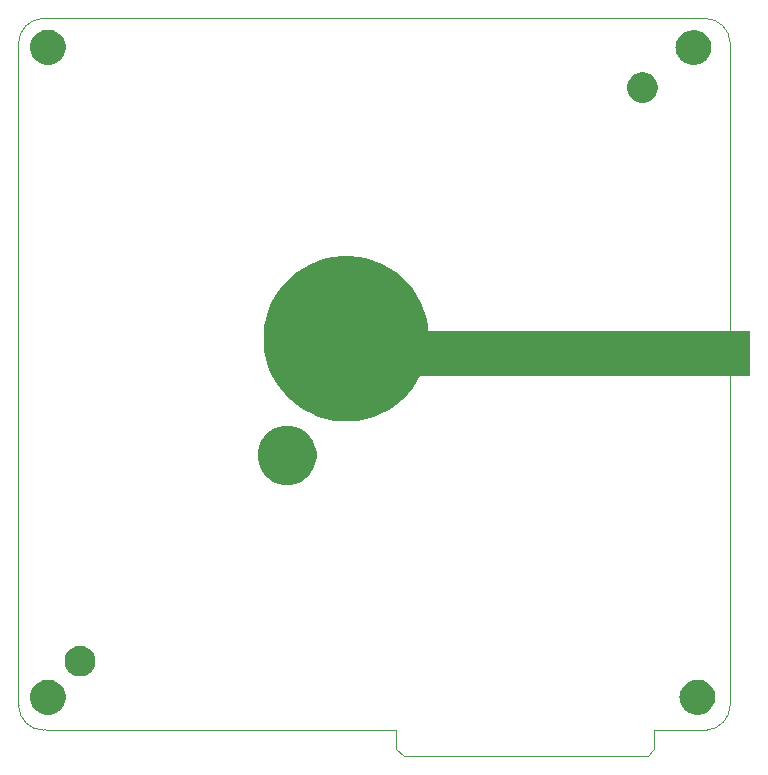
<source format=gbr>
%TF.GenerationSoftware,Altium Limited,Altium Designer,22.7.1 (60)*%
G04 Layer_Color=0*
%FSLAX45Y45*%
%MOMM*%
%TF.SameCoordinates,61DBAAF2-DE87-4E8A-AD11-02536D302051*%
%TF.FilePolarity,Positive*%
%TF.FileFunction,Profile,NP*%
%TF.Part,Single*%
G01*
G75*
%TA.AperFunction,Profile*%
%ADD75C,0.02540*%
G36*
X6544168Y911869D02*
X6529281Y911525D01*
X6499946Y916660D01*
X6472176Y927419D01*
X6447039Y943389D01*
X6425500Y963956D01*
X6408389Y988330D01*
X6396360Y1015574D01*
X6389878Y1044641D01*
X6389535Y1059527D01*
X6389534D01*
X6389877Y1074414D01*
X6396357Y1103481D01*
X6408384Y1130726D01*
X6425495Y1155101D01*
X6447032Y1175669D01*
X6472168Y1191640D01*
X6499937Y1202401D01*
X6529272Y1207537D01*
X6544159Y1207194D01*
X6544161Y1207199D01*
X6558705Y1207199D01*
X6587235Y1201525D01*
X6614109Y1190393D01*
X6638295Y1174233D01*
X6658863Y1153664D01*
X6675024Y1129478D01*
X6686155Y1102604D01*
X6691829Y1074074D01*
X6691829Y1059530D01*
X6691829Y1059531D01*
X6691830Y1044987D01*
X6686156Y1016459D01*
X6675024Y989586D01*
X6658865Y965401D01*
X6638297Y944833D01*
X6614112Y928673D01*
X6587239Y917542D01*
X6558711Y911868D01*
X6544168Y911869D01*
D01*
D02*
G37*
G36*
X6510320Y6413832D02*
X6495434Y6413489D01*
X6466099Y6418624D01*
X6438329Y6429383D01*
X6413192Y6445353D01*
X6391653Y6465920D01*
X6374541Y6490294D01*
X6362513Y6517538D01*
X6356031Y6546605D01*
X6355688Y6561491D01*
X6355687D01*
X6356030Y6576378D01*
X6362510Y6605445D01*
X6374537Y6632690D01*
X6391648Y6657064D01*
X6413185Y6677633D01*
X6438321Y6693604D01*
X6466090Y6704365D01*
X6495425Y6709501D01*
X6510312Y6709158D01*
X6510314Y6709163D01*
X6524858Y6709163D01*
X6553388Y6703488D01*
X6580262Y6692357D01*
X6604448Y6676196D01*
X6625016Y6655628D01*
X6641177Y6631442D01*
X6652308Y6604567D01*
X6657982Y6576038D01*
X6657982Y6561494D01*
X6657982Y6561494D01*
X6657983Y6546951D01*
X6652309Y6518423D01*
X6641177Y6491550D01*
X6625018Y6467365D01*
X6604450Y6446797D01*
X6580265Y6430637D01*
X6553392Y6419506D01*
X6524864Y6413832D01*
X6510320Y6413832D01*
D01*
D02*
G37*
G36*
X1044831Y6416265D02*
X1029945Y6415922D01*
X1000610Y6421057D01*
X972840Y6431816D01*
X947703Y6447786D01*
X926164Y6468353D01*
X909052Y6492727D01*
X897024Y6519970D01*
X890542Y6549038D01*
X890198Y6563924D01*
X890198D01*
X890541Y6578811D01*
X897021Y6607878D01*
X909048Y6635123D01*
X926159Y6659497D01*
X947696Y6680065D01*
X972832Y6696037D01*
X1000601Y6706797D01*
X1029936Y6711934D01*
X1044822Y6711591D01*
X1044825Y6711595D01*
X1059369Y6711596D01*
X1087899Y6705921D01*
X1114772Y6694790D01*
X1138959Y6678629D01*
X1159527Y6658061D01*
X1175688Y6633874D01*
X1186819Y6607000D01*
X1192493Y6578471D01*
X1192492Y6563927D01*
X1192493Y6563927D01*
X1192493Y6549384D01*
X1186819Y6520855D01*
X1175688Y6493982D01*
X1159529Y6469798D01*
X1138961Y6449230D01*
X1114776Y6433070D01*
X1087903Y6421939D01*
X1059375Y6416265D01*
X1044831Y6416265D01*
D01*
D02*
G37*
G36*
X1043994Y912772D02*
X1029107Y912429D01*
X999772Y917563D01*
X972002Y928323D01*
X946866Y944292D01*
X925327Y964860D01*
X908215Y989233D01*
X896186Y1016477D01*
X889704Y1045545D01*
X889361Y1060431D01*
X889360D01*
X889703Y1075317D01*
X896184Y1104385D01*
X908211Y1131629D01*
X925321Y1156004D01*
X946859Y1176572D01*
X971995Y1192543D01*
X999764Y1203304D01*
X1029098Y1208441D01*
X1043985Y1208098D01*
X1043987Y1208102D01*
X1058532Y1208102D01*
X1087061Y1202428D01*
X1113935Y1191297D01*
X1138121Y1175136D01*
X1158690Y1154567D01*
X1174850Y1130381D01*
X1185981Y1103507D01*
X1191655Y1074978D01*
X1191655Y1060433D01*
X1191656Y1060434D01*
X1191656Y1045890D01*
X1185982Y1017362D01*
X1174851Y990489D01*
X1158691Y966304D01*
X1138123Y945737D01*
X1113938Y929577D01*
X1087065Y918446D01*
X1058537Y912772D01*
X1043994Y912772D01*
D01*
D02*
G37*
G36*
X1313785Y1235250D02*
X1300981D01*
X1275865Y1240246D01*
X1252206Y1250045D01*
X1230914Y1264272D01*
X1212807Y1282380D01*
X1198580Y1303672D01*
X1188780Y1327330D01*
X1183785Y1352446D01*
Y1365250D01*
Y1378054D01*
X1188780Y1403169D01*
X1198580Y1426828D01*
X1212807Y1448120D01*
X1230914Y1466227D01*
X1252206Y1480454D01*
X1275865Y1490254D01*
X1300981Y1495250D01*
X1313785D01*
X1326588D01*
X1351704Y1490254D01*
X1375363Y1480454D01*
X1396655Y1466227D01*
X1414762Y1448120D01*
X1428989Y1426828D01*
X1438789Y1403169D01*
X1443785Y1378054D01*
Y1365250D01*
Y1352446D01*
X1438789Y1327330D01*
X1428989Y1303672D01*
X1414762Y1282380D01*
X1396655Y1264272D01*
X1375363Y1250045D01*
X1351704Y1240246D01*
X1326588Y1235250D01*
X1313785D01*
D01*
D02*
G37*
G36*
X5946285Y6223000D02*
Y6210196D01*
X5951280Y6185080D01*
X5961080Y6161422D01*
X5975307Y6140130D01*
X5993414Y6122022D01*
X6014706Y6107795D01*
X6038365Y6097996D01*
X6063481Y6093000D01*
X6076285D01*
X6089088D01*
X6114204Y6097996D01*
X6137863Y6107795D01*
X6159155Y6122022D01*
X6177262Y6140130D01*
X6191489Y6161422D01*
X6201289Y6185080D01*
X6206285Y6210196D01*
Y6223000D01*
Y6235804D01*
X6201289Y6260919D01*
X6191489Y6284578D01*
X6177262Y6305870D01*
X6159155Y6323977D01*
X6137863Y6338204D01*
X6114204Y6348004D01*
X6089088Y6353000D01*
X6076285D01*
X6063481D01*
X6038365Y6348004D01*
X6014706Y6338204D01*
X5993414Y6323977D01*
X5975307Y6305870D01*
X5961080Y6284578D01*
X5951280Y6260919D01*
X5946285Y6235804D01*
Y6223000D01*
D01*
D02*
G37*
G36*
X3568035Y3395750D02*
X3533646D01*
X3465199Y3402491D01*
X3397743Y3415909D01*
X3331927Y3435874D01*
X3268385Y3462194D01*
X3207728Y3494616D01*
X3150542Y3532826D01*
X3097376Y3576458D01*
X3048743Y3625092D01*
X3005111Y3678257D01*
X2966900Y3735444D01*
X2934479Y3796100D01*
X2908159Y3859643D01*
X2888194Y3925458D01*
X2874776Y3992915D01*
X2868034Y4061361D01*
Y4095750D01*
Y4130139D01*
X2874776Y4198585D01*
X2888194Y4266041D01*
X2908159Y4331857D01*
X2934479Y4395399D01*
X2966900Y4456056D01*
X3005111Y4513242D01*
X3048743Y4566408D01*
X3097376Y4615041D01*
X3150542Y4658673D01*
X3207728Y4696884D01*
X3268385Y4729306D01*
X3331927Y4755626D01*
X3397743Y4775591D01*
X3465199Y4789009D01*
X3533646Y4795750D01*
X3568035D01*
X3602423D01*
X3670870Y4789009D01*
X3738326Y4775591D01*
X3804142Y4755626D01*
X3867684Y4729306D01*
X3928340Y4696884D01*
X3985527Y4658673D01*
X4038693Y4615041D01*
X4087326Y4566408D01*
X4130958Y4513242D01*
X4169169Y4456056D01*
X4201590Y4395399D01*
X4227910Y4331857D01*
X4247875Y4266041D01*
X4261293Y4198585D01*
X4268035Y4130139D01*
Y4095750D01*
Y4061361D01*
X4261293Y3992915D01*
X4247875Y3925458D01*
X4227910Y3859643D01*
X4201590Y3796100D01*
X4169169Y3735444D01*
X4130958Y3678257D01*
X4087326Y3625092D01*
X4038693Y3576458D01*
X3985527Y3532826D01*
X3928340Y3494616D01*
X3867684Y3462194D01*
X3804142Y3435874D01*
X3738326Y3415909D01*
X3670870Y3402491D01*
X3602423Y3395750D01*
X3568035D01*
D01*
D02*
G37*
G36*
X3067215Y2857597D02*
X3042592D01*
X2994293Y2867204D01*
X2948795Y2886049D01*
X2907849Y2913409D01*
X2873027Y2948231D01*
X2845668Y2989177D01*
X2826822Y3034674D01*
X2817215Y3082974D01*
Y3107597D01*
Y3132219D01*
X2826822Y3180519D01*
X2845668Y3226016D01*
X2873027Y3266962D01*
X2907849Y3301784D01*
X2948795Y3329143D01*
X2994293Y3347989D01*
X3042592Y3357597D01*
X3067215D01*
X3091838D01*
X3140137Y3347989D01*
X3185634Y3329143D01*
X3226581Y3301784D01*
X3261403Y3266962D01*
X3288762Y3226016D01*
X3307608Y3180519D01*
X3317215Y3132219D01*
Y3107597D01*
Y3082974D01*
X3307608Y3034674D01*
X3288762Y2989177D01*
X3261403Y2948231D01*
X3226581Y2913409D01*
X3185634Y2886049D01*
X3140137Y2867204D01*
X3091838Y2857597D01*
X3067215D01*
D01*
D02*
G37*
G36*
X6985000Y3778250D02*
X3937000D01*
Y4159250D01*
X6985000D01*
Y3778250D01*
D02*
G37*
D75*
X1005946Y780738D02*
G03*
X1017072Y787262I7J12738D01*
G01*
D02*
G03*
X1028035Y781012I10962J6488D01*
G01*
X3987762D01*
Y632915D01*
X3991493Y623908D01*
X4052908Y562493D01*
X4061915Y558762D01*
X6112871D01*
X6121878Y562493D01*
X6168507Y609122D01*
X6172238Y618129D01*
Y781012D01*
X6616035D01*
X6620176Y781704D01*
D02*
G03*
X6819546Y993912I-13368J212318D01*
G01*
Y6594228D01*
X6818976Y6597995D01*
D02*
G03*
X6606373Y6807512I-212714J-3221D01*
G01*
X1006056D01*
X1002289Y6806942D01*
D02*
G03*
X792773Y6594338I3221J-212714D01*
G01*
Y994022D01*
X793343Y990255D01*
D02*
G03*
X1005946Y780738I212714J3221D01*
G01*
%TF.MD5,936bb46e153b99a3932ad76c017f97ee*%
M02*

</source>
